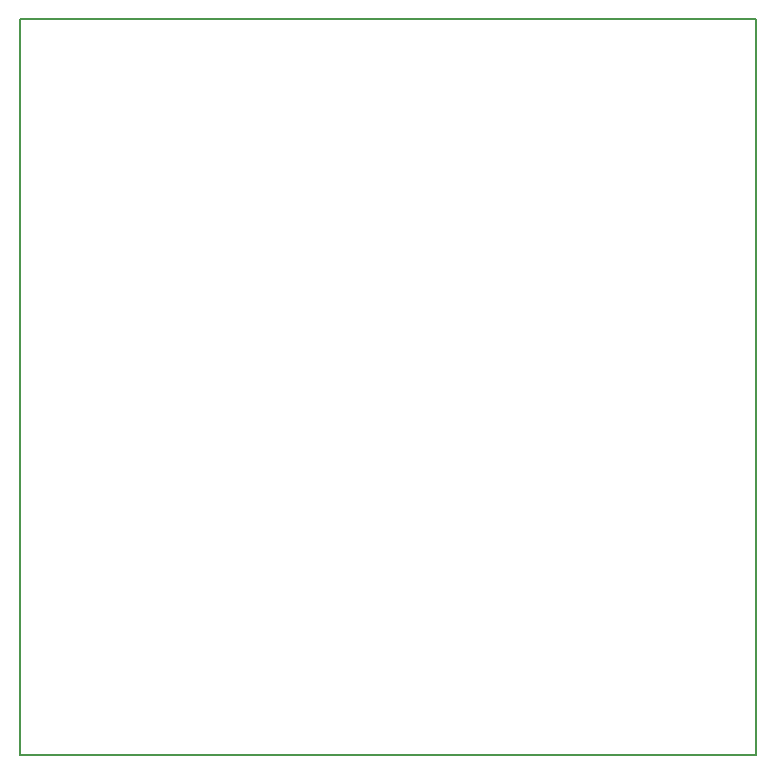
<source format=gm1>
G04 MADE WITH FRITZING*
G04 WWW.FRITZING.ORG*
G04 DOUBLE SIDED*
G04 HOLES PLATED*
G04 CONTOUR ON CENTER OF CONTOUR VECTOR*
%ASAXBY*%
%FSLAX23Y23*%
%MOIN*%
%OFA0B0*%
%SFA1.0B1.0*%
%ADD10R,2.460630X2.460630*%
%ADD11C,0.008000*%
%ADD10C,0.008*%
%LNCONTOUR*%
G90*
G70*
G54D10*
G54D11*
X4Y2457D02*
X2457Y2457D01*
X2457Y4D01*
X4Y4D01*
X4Y2457D01*
D02*
G04 End of contour*
M02*
</source>
